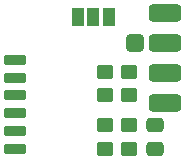
<source format=gbr>
%TF.GenerationSoftware,KiCad,Pcbnew,(6.0.7)*%
%TF.CreationDate,2023-04-20T23:19:39+02:00*%
%TF.ProjectId,gosund-esp-adapter,676f7375-6e64-42d6-9573-702d61646170,rev?*%
%TF.SameCoordinates,Original*%
%TF.FileFunction,Soldermask,Bot*%
%TF.FilePolarity,Negative*%
%FSLAX46Y46*%
G04 Gerber Fmt 4.6, Leading zero omitted, Abs format (unit mm)*
G04 Created by KiCad (PCBNEW (6.0.7)) date 2023-04-20 23:19:39*
%MOMM*%
%LPD*%
G01*
G04 APERTURE LIST*
G04 Aperture macros list*
%AMRoundRect*
0 Rectangle with rounded corners*
0 $1 Rounding radius*
0 $2 $3 $4 $5 $6 $7 $8 $9 X,Y pos of 4 corners*
0 Add a 4 corners polygon primitive as box body*
4,1,4,$2,$3,$4,$5,$6,$7,$8,$9,$2,$3,0*
0 Add four circle primitives for the rounded corners*
1,1,$1+$1,$2,$3*
1,1,$1+$1,$4,$5*
1,1,$1+$1,$6,$7*
1,1,$1+$1,$8,$9*
0 Add four rect primitives between the rounded corners*
20,1,$1+$1,$2,$3,$4,$5,0*
20,1,$1+$1,$4,$5,$6,$7,0*
20,1,$1+$1,$6,$7,$8,$9,0*
20,1,$1+$1,$8,$9,$2,$3,0*%
G04 Aperture macros list end*
%ADD10R,1.000000X1.500000*%
%ADD11RoundRect,0.090000X-0.810000X-0.360000X0.810000X-0.360000X0.810000X0.360000X-0.810000X0.360000X0*%
%ADD12RoundRect,0.250000X0.450000X-0.350000X0.450000X0.350000X-0.450000X0.350000X-0.450000X-0.350000X0*%
%ADD13RoundRect,0.381000X0.381000X-0.381000X0.381000X0.381000X-0.381000X0.381000X-0.381000X-0.381000X0*%
%ADD14RoundRect,0.250000X-0.450000X0.350000X-0.450000X-0.350000X0.450000X-0.350000X0.450000X0.350000X0*%
%ADD15RoundRect,0.250000X0.475000X-0.337500X0.475000X0.337500X-0.475000X0.337500X-0.475000X-0.337500X0*%
%ADD16RoundRect,0.381000X-1.012000X-0.381000X1.012000X-0.381000X1.012000X0.381000X-1.012000X0.381000X0*%
G04 APERTURE END LIST*
D10*
%TO.C,JP1*%
X144750000Y-83108800D03*
X146050000Y-83108800D03*
X147350000Y-83108800D03*
%TD*%
D11*
%TO.C,J1*%
X139435000Y-94246000D03*
X139435000Y-92746000D03*
X139435000Y-91246000D03*
X139435000Y-89746000D03*
X139435000Y-88246000D03*
X139435000Y-86746000D03*
%TD*%
D12*
%TO.C,R1*%
X149098000Y-94268800D03*
X149098000Y-92268800D03*
%TD*%
%TO.C,R3*%
X149098000Y-89747600D03*
X149098000Y-87747600D03*
%TD*%
%TO.C,R2*%
X147066000Y-94268800D03*
X147066000Y-92268800D03*
%TD*%
D13*
%TO.C,J3*%
X149606000Y-85293200D03*
%TD*%
D14*
%TO.C,R4*%
X147066000Y-87747600D03*
X147066000Y-89747600D03*
%TD*%
D15*
%TO.C,C1*%
X151282400Y-94306300D03*
X151282400Y-92231300D03*
%TD*%
D16*
%TO.C,J2*%
X152146000Y-82753200D03*
X152146000Y-85293200D03*
X152146000Y-87833200D03*
X152146000Y-90373200D03*
%TD*%
M02*

</source>
